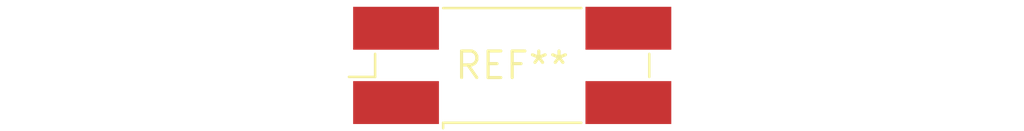
<source format=kicad_pcb>
(kicad_pcb (version 20240108) (generator pcbnew)
  (layers (0 "F.Cu" signal) (31 "B.Cu" signal) (34 "B.Paste" user) (35 "F.Paste" user) (36 "B.SilkS" user "B.Silkscreen") (37 "F.SilkS" user "F.Silkscreen") (38 "B.Mask" user) (39 "F.Mask" user) (44 "Edge.Cuts" user))
  (net 0 "")
  (footprint "Crystal_SMD_SeikoEpson_MA506-4Pin_12.7x5.1mm" (layer "F.Cu") (at 0 0)
    (property "Reference" "REF**")
    (property "Value" "Crystal_SMD_SeikoEpson_MA506-4Pin_12.7x5.1mm")
    (fp_line (start -7.8 0.55) (end -6.55 0.55) (layer "F.SilkS") (stroke (width 0.12)))
    (fp_line (start -6.55 0.55) (end -6.55 -0.55) (layer "F.SilkS") (stroke (width 0.12)))
    (fp_line (start -3.3 -2.74) (end 3.3 -2.74) (layer "F.SilkS") (stroke (width 0.12)))
    (fp_line (start -3.3 2.74) (end -3.3 3) (layer "F.SilkS") (stroke (width 0.12)))
    (fp_line (start 3.3 2.74) (end -3.3 2.74) (layer "F.SilkS") (stroke (width 0.12)))
    (fp_line (start 6.55 -0.55) (end 6.55 0.55) (layer "F.SilkS") (stroke (width 0.12)))
    (pad "1" smd rect (at -5.55 1.775) (size 4.1 2.05) (layers "F.Cu" "F.Paste" "F.Mask"))
    (pad "2" smd rect (at 5.55 1.775) (size 4.1 2.05) (layers "F.Cu" "F.Paste" "F.Mask"))
    (pad "3" smd rect (at 5.55 -1.775) (size 4.1 2.05) (layers "F.Cu" "F.Paste" "F.Mask"))
    (pad "4" smd rect (at -5.55 -1.775) (size 4.1 2.05) (layers "F.Cu" "F.Paste" "F.Mask"))
  )
)
</source>
